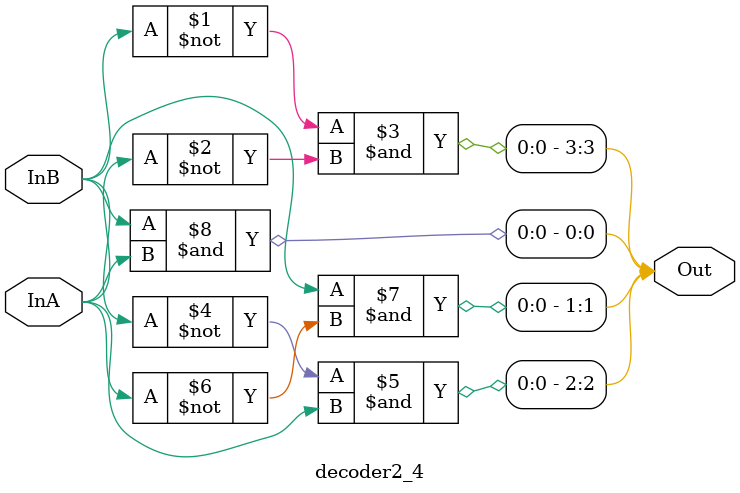
<source format=v>
module decoder2_4(Out, InA, InB);

	output [3:0] Out;
	input InA, InB;
	
	assign Out[3] = (~InB) & (~InA);
	assign Out[2] = (~InB) & (InA);
	assign Out[1] = (InB) & (~InA);
	assign Out[0] = (InB) & (InA);
	
	
	
endmodule 
</source>
